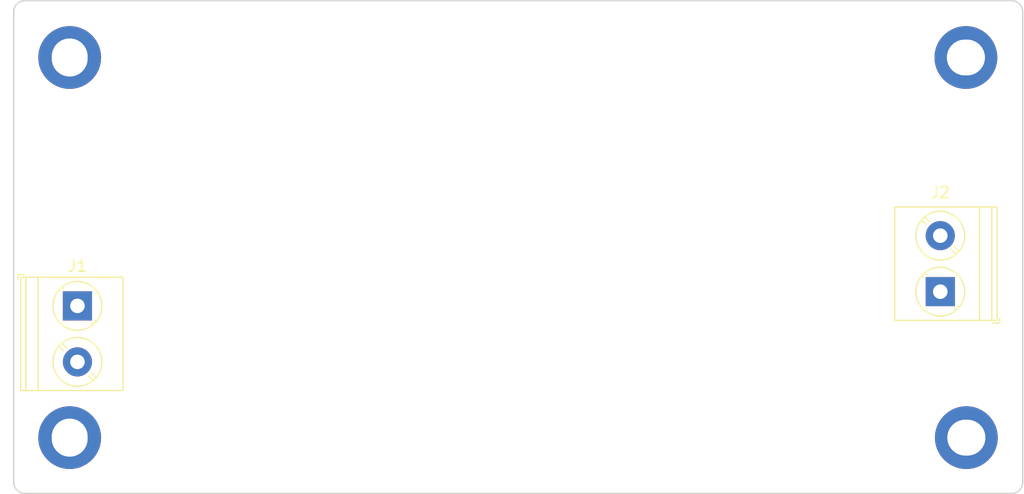
<source format=kicad_pcb>
(kicad_pcb (version 20240108) (generator "pcbnew") (generator_version "8.0")
  (title_block (title "Multi-purpose PCB for low voltage Power Supply.") (date "2025-01-03") (rev "1.0.1") (company "AC version"))
  (layers (0 "F.Cu" signal) (31 "B.Cu" signal) (34 "B.Paste" user) (35 "F.Paste" user) (36 "B.SilkS" user "B.Silkscreen") (37 "F.SilkS" user "F.Silkscreen") (38 "B.Mask" user) (39 "F.Mask" user) (44 "Edge.Cuts" user))
  (net 0 "")
  (net 1 "Net-(J1-Pin_1)")
  (net 2 "Net-(J1-Pin_2)")
  (net 3 "Net-(D2-A)")
  (net 4 "GND")
  (footprint "MountingHole:MountingHole_3.2mm_M3_DIN965_Pad_TopBottom" (layer "F.Cu") (at 166.624 75.320002)
    (property "Reference" "H1")
    (property "Value" "MountingHole")
    (pad "1" thru_hole circle (at 0 0) (size 3.6 3.6) (drill oval 3.4 3.2) (layers "*.Cu" "*.Mask"))
    (pad "1" connect circle (at 0 0) (size 5.6 5.6) (layers "F.Cu" "F.Mask"))
    (pad "1" connect circle (at 0 0) (size 5.6 5.6) (layers "B.Cu" "B.Mask"))
  )
  (footprint "TerminalBlock_Phoenix:TerminalBlock_Phoenix_PT-1,5-2-5.0-H_1x02_P5.00mm_Horizontal" (layer "F.Cu") (at 164.338 96.228002 90)
    (property "Reference" "J2" (at 8.852002 0 180) (layer "F.SilkS"))
    (property "Value" "DC Output 6.3V")
    (fp_line (start 7.56 -4.06) (end 7.56 5.06) (stroke (width 0.12)) (layer "F.SilkS"))
    (fp_line (start -2.56 -4.06) (end 7.56 -4.06) (stroke (width 0.12)) (layer "F.SilkS"))
    (fp_line (start -2.56 -4.06) (end -2.56 5.06) (stroke (width 0.12)) (layer "F.SilkS"))
    (fp_line (start 6.388 -1.654) (end 6.008 -1.274) (stroke (width 0.12)) (layer "F.SilkS"))
    (fp_line (start 1.388 -1.654) (end 1.281 -1.547) (stroke (width 0.12)) (layer "F.SilkS"))
    (fp_line (start 6.654 -1.388) (end 6.259 -0.992) (stroke (width 0.12)) (layer "F.SilkS"))
    (fp_line (start 1.654 -1.388) (end 1.547 -1.281) (stroke (width 0.12)) (layer "F.SilkS"))
    (fp_line (start 3.742 0.992) (end 3.347 1.388) (stroke (width 0.12)) (layer "F.SilkS"))
    (fp_line (start 3.993 1.274) (end 3.613 1.654) (stroke (width 0.12)) (layer "F.SilkS"))
    (fp_line (start -1.548 1.281) (end -1.654 1.388) (stroke (width 0.12)) (layer "F.SilkS"))
    (fp_line (start -1.282 1.547) (end -1.388 1.654) (stroke (width 0.12)) (layer "F.SilkS"))
    (fp_line (start -2.56 3.5) (end 7.56 3.5) (stroke (width 0.12)) (layer "F.SilkS"))
    (fp_line (start -2.56 4.6) (end 7.56 4.6) (stroke (width 0.12)) (layer "F.SilkS"))
    (fp_line (start -2.8 4.66) (end -2.8 5.3) (stroke (width 0.12)) (layer "F.SilkS"))
    (fp_line (start -2.56 5.06) (end 7.56 5.06) (stroke (width 0.12)) (layer "F.SilkS"))
    (fp_line (start -2.8 5.3) (end -2.4 5.3) (stroke (width 0.12)) (layer "F.SilkS"))
    (fp_circle (center 5 0) (end 7.18 0) (stroke (width 0.12)) (fill none) (layer "F.SilkS"))
    (fp_circle (center 0 0) (end 2.18 0) (stroke (width 0.12)) (fill none) (layer "F.SilkS"))
    (pad "1" thru_hole rect (at 0 0 90) (size 2.6 2.6) (drill 1.3) (layers "*.Cu" "*.Mask") (net 4 "GND"))
    (pad "2" thru_hole circle (at 5 0 90) (size 2.6 2.6) (drill 1.3) (layers "*.Cu" "*.Mask") (net 3 "Net-(D2-A)"))
  )
  (footprint "TerminalBlock_Phoenix:TerminalBlock_Phoenix_PT-1,5-2-5.0-H_1x02_P5.00mm_Horizontal" (layer "F.Cu") (at 87.376 97.498002 -90)
    (property "Reference" "J1" (at -3.556 0 0) (layer "F.SilkS"))
    (property "Value" "AC Input")
    (fp_line (start -2.8 5.3) (end -2.4 5.3) (stroke (width 0.12)) (layer "F.SilkS"))
    (fp_line (start -2.56 5.06) (end 7.56 5.06) (stroke (width 0.12)) (layer "F.SilkS"))
    (fp_line (start -2.8 4.66) (end -2.8 5.3) (stroke (width 0.12)) (layer "F.SilkS"))
    (fp_line (start -2.56 4.6) (end 7.56 4.6) (stroke (width 0.12)) (layer "F.SilkS"))
    (fp_line (start -2.56 3.5) (end 7.56 3.5) (stroke (width 0.12)) (layer "F.SilkS"))
    (fp_line (start -1.282 1.547) (end -1.388 1.654) (stroke (width 0.12)) (layer "F.SilkS"))
    (fp_line (start -1.548 1.281) (end -1.654 1.388) (stroke (width 0.12)) (layer "F.SilkS"))
    (fp_line (start 3.993 1.274) (end 3.613 1.654) (stroke (width 0.12)) (layer "F.SilkS"))
    (fp_line (start 3.742 0.992) (end 3.347 1.388) (stroke (width 0.12)) (layer "F.SilkS"))
    (fp_line (start 1.654 -1.388) (end 1.547 -1.281) (stroke (width 0.12)) (layer "F.SilkS"))
    (fp_line (start 6.654 -1.388) (end 6.259 -0.992) (stroke (width 0.12)) (layer "F.SilkS"))
    (fp_line (start 1.388 -1.654) (end 1.281 -1.547) (stroke (width 0.12)) (layer "F.SilkS"))
    (fp_line (start 6.388 -1.654) (end 6.008 -1.274) (stroke (width 0.12)) (layer "F.SilkS"))
    (fp_line (start -2.56 -4.06) (end -2.56 5.06) (stroke (width 0.12)) (layer "F.SilkS"))
    (fp_line (start -2.56 -4.06) (end 7.56 -4.06) (stroke (width 0.12)) (layer "F.SilkS"))
    (fp_line (start 7.56 -4.06) (end 7.56 5.06) (stroke (width 0.12)) (layer "F.SilkS"))
    (fp_circle (center 0 0) (end 2.18 0) (stroke (width 0.12)) (fill none) (layer "F.SilkS"))
    (fp_circle (center 5 0) (end 7.18 0) (stroke (width 0.12)) (fill none) (layer "F.SilkS"))
    (pad "1" thru_hole rect (at 0 0 270) (size 2.6 2.6) (drill 1.3) (layers "*.Cu" "*.Mask") (net 1 "Net-(J1-Pin_1)"))
    (pad "2" thru_hole circle (at 5 0 270) (size 2.6 2.6) (drill 1.3) (layers "*.Cu" "*.Mask") (net 2 "Net-(J1-Pin_2)"))
  )
  (footprint "MountingHole:MountingHole_3.2mm_M3_DIN965_Pad_TopBottom" (layer "F.Cu") (at 86.683984 75.320002)
    (property "Reference" "H1")
    (property "Value" "MountingHole")
    (pad "1" thru_hole circle (at 0 0) (size 3.6 3.6) (drill oval 3.2 3.4) (layers "*.Cu" "*.Mask"))
    (pad "1" connect circle (at 0 0) (size 5.6 5.6) (layers "F.Cu" "F.Mask"))
    (pad "1" connect circle (at 0 0) (size 5.6 5.6) (layers "B.Cu" "B.Mask"))
  )
  (footprint "MountingHole:MountingHole_3.2mm_M3_DIN965_Pad_TopBottom" (layer "F.Cu") (at 166.664 109.262002)
    (property "Reference" "H1")
    (property "Value" "MountingHole")
    (pad "1" thru_hole circle (at 0 0) (size 3.6 3.6) (drill oval 3.4 3.2) (layers "*.Cu" "*.Mask"))
    (pad "1" connect circle (at 0 0) (size 5.6 5.6) (layers "F.Cu" "F.Mask"))
    (pad "1" connect circle (at 0 0) (size 5.6 5.6) (layers "B.Cu" "B.Mask"))
  )
  (footprint "MountingHole:MountingHole_3.2mm_M3_DIN965_Pad_TopBottom" (layer "F.Cu") (at 86.683984 109.262002)
    (property "Reference" "H1")
    (property "Value" "MountingHole")
    (pad "1" thru_hole circle (at 0 0) (size 3.6 3.6) (drill oval 3.2 3.4) (layers "*.Cu" "*.Mask"))
    (pad "1" connect circle (at 0 0) (size 5.6 5.6) (layers "F.Cu" "F.Mask"))
    (pad "1" connect circle (at 0 0) (size 5.6 5.6) (layers "B.Cu" "B.Mask"))
  )
  (gr_arc (start 81.688 71.246002) (mid 81.980893 70.538895) (end 82.688 70.246002) (stroke (width 0.12)) (layer "Edge.Cuts"))
  (gr_arc (start 82.688 114.246002) (mid 81.980893 113.953109) (end 81.688 113.246002) (stroke (width 0.12)) (layer "Edge.Cuts"))
  (gr_line (start 81.688 113.246002) (end 81.688 71.246002) (stroke (width 0.12)) (layer "Edge.Cuts"))
  (gr_line (start 82.688 70.246002) (end 170.688 70.246002) (stroke (width 0.12)) (layer "Edge.Cuts"))
  (gr_line (start 171.688 71.246002) (end 171.688 113.246002) (stroke (width 0.12)) (layer "Edge.Cuts"))
  (gr_line (start 170.688 114.246002) (end 82.688 114.246002) (stroke (width 0.12)) (layer "Edge.Cuts"))
  (gr_arc (start 170.688 70.246002) (mid 171.395107 70.538895) (end 171.688 71.246002) (stroke (width 0.12)) (layer "Edge.Cuts"))
  (gr_arc (start 171.688 113.246002) (mid 171.395107 113.953109) (end 170.688 114.246002) (stroke (width 0.12)) (layer "Edge.Cuts"))
)
</source>
